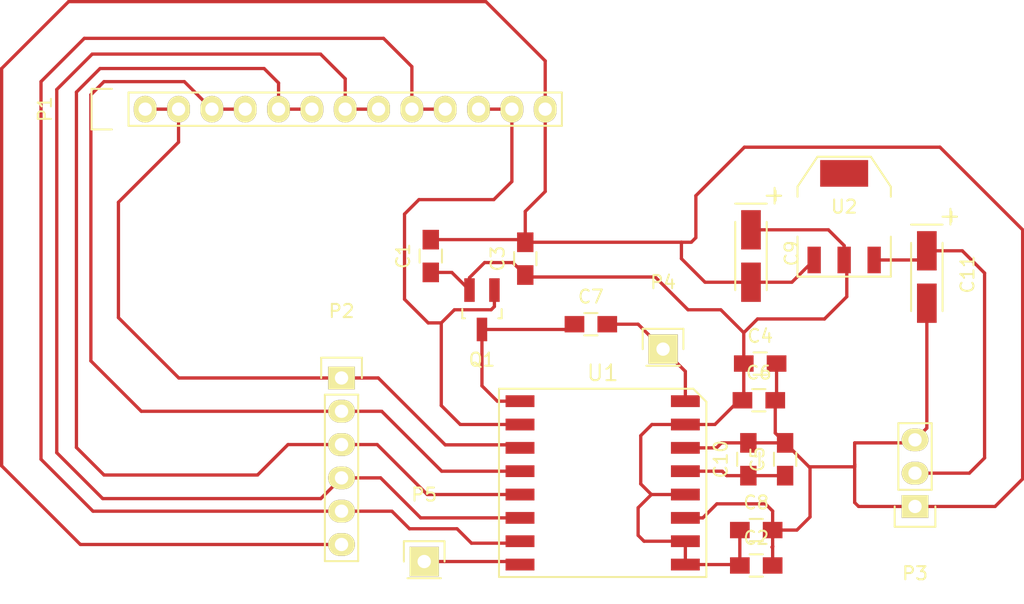
<source format=kicad_pcb>
(kicad_pcb (version 4) (host pcbnew 4.0.3-stable)

  (general
    (links 55)
    (no_connects 0)
    (area 113.574999 84.171427 174.647619 127.075001)
    (thickness 1.6)
    (drawings 0)
    (tracks 193)
    (zones 0)
    (modules 19)
    (nets 14)
  )

  (page A4)
  (layers
    (0 F.Cu signal)
    (31 B.Cu signal)
    (32 B.Adhes user)
    (33 F.Adhes user)
    (34 B.Paste user)
    (35 F.Paste user)
    (36 B.SilkS user)
    (37 F.SilkS user)
    (38 B.Mask user)
    (39 F.Mask user)
    (40 Dwgs.User user)
    (41 Cmts.User user)
    (42 Eco1.User user)
    (43 Eco2.User user)
    (44 Edge.Cuts user)
    (45 Margin user)
    (46 B.CrtYd user)
    (47 F.CrtYd user)
    (48 B.Fab user)
    (49 F.Fab user)
  )

  (setup
    (last_trace_width 0.25)
    (trace_clearance 0.2)
    (zone_clearance 0.508)
    (zone_45_only no)
    (trace_min 0.2)
    (segment_width 0.2)
    (edge_width 0.15)
    (via_size 0.6)
    (via_drill 0.4)
    (via_min_size 0.4)
    (via_min_drill 0.3)
    (uvia_size 0.3)
    (uvia_drill 0.1)
    (uvias_allowed no)
    (uvia_min_size 0.2)
    (uvia_min_drill 0.1)
    (pcb_text_width 0.3)
    (pcb_text_size 1.5 1.5)
    (mod_edge_width 0.15)
    (mod_text_size 1 1)
    (mod_text_width 0.15)
    (pad_size 1.524 1.524)
    (pad_drill 0.762)
    (pad_to_mask_clearance 0.2)
    (aux_axis_origin 0 0)
    (visible_elements 7FFFFFFF)
    (pcbplotparams
      (layerselection 0x00030_80000001)
      (usegerberextensions false)
      (excludeedgelayer true)
      (linewidth 0.100000)
      (plotframeref false)
      (viasonmask false)
      (mode 1)
      (useauxorigin false)
      (hpglpennumber 1)
      (hpglpenspeed 20)
      (hpglpendiameter 15)
      (hpglpenoverlay 2)
      (psnegative false)
      (psa4output false)
      (plotreference true)
      (plotvalue true)
      (plotinvisibletext false)
      (padsonsilk false)
      (subtractmaskfromsilk false)
      (outputformat 1)
      (mirror false)
      (drillshape 1)
      (scaleselection 1)
      (outputdirectory ""))
  )

  (net 0 "")
  (net 1 "Net-(C7-Pad1)")
  (net 2 "Net-(C7-Pad2)")
  (net 3 GND)
  (net 4 VDD)
  (net 5 "Net-(C10-Pad1)")
  (net 6 /VIN)
  (net 7 /~CS)
  (net 8 /~Laser_EN)
  (net 9 /MISO)
  (net 10 /~Motion)
  (net 11 /SCLK)
  (net 12 /MOSI)
  (net 13 "Net-(P5-Pad1)")

  (net_class Default "This is the default net class."
    (clearance 0.2)
    (trace_width 0.25)
    (via_dia 0.6)
    (via_drill 0.4)
    (uvia_dia 0.3)
    (uvia_drill 0.1)
    (add_net /MISO)
    (add_net /MOSI)
    (add_net /SCLK)
    (add_net /VIN)
    (add_net /~CS)
    (add_net /~Laser_EN)
    (add_net /~Motion)
    (add_net GND)
    (add_net "Net-(C10-Pad1)")
    (add_net "Net-(C7-Pad1)")
    (add_net "Net-(C7-Pad2)")
    (add_net "Net-(P5-Pad1)")
    (add_net VDD)
  )

  (module Capacitors_SMD:C_0805_HandSoldering (layer F.Cu) (tedit 541A9B8D) (tstamp 57C531F1)
    (at 132.2 101.8 90)
    (descr "Capacitor SMD 0805, hand soldering")
    (tags "capacitor 0805")
    (path /57BC3FBD)
    (attr smd)
    (fp_text reference C1 (at 0 -2.1 90) (layer F.SilkS)
      (effects (font (size 1 1) (thickness 0.15)))
    )
    (fp_text value 1uF (at 0 2.1 90) (layer F.Fab)
      (effects (font (size 1 1) (thickness 0.15)))
    )
    (fp_line (start -2.3 -1) (end 2.3 -1) (layer F.CrtYd) (width 0.05))
    (fp_line (start -2.3 1) (end 2.3 1) (layer F.CrtYd) (width 0.05))
    (fp_line (start -2.3 -1) (end -2.3 1) (layer F.CrtYd) (width 0.05))
    (fp_line (start 2.3 -1) (end 2.3 1) (layer F.CrtYd) (width 0.05))
    (fp_line (start 0.5 -0.85) (end -0.5 -0.85) (layer F.SilkS) (width 0.15))
    (fp_line (start -0.5 0.85) (end 0.5 0.85) (layer F.SilkS) (width 0.15))
    (pad 1 smd rect (at -1.25 0 90) (size 1.5 1.25) (layers F.Cu F.Paste F.Mask)
      (net 4 VDD))
    (pad 2 smd rect (at 1.25 0 90) (size 1.5 1.25) (layers F.Cu F.Paste F.Mask)
      (net 3 GND))
    (model Capacitors_SMD.3dshapes/C_0805_HandSoldering.wrl
      (at (xyz 0 0 0))
      (scale (xyz 1 1 1))
      (rotate (xyz 0 0 0))
    )
  )

  (module Capacitors_SMD:C_0805_HandSoldering (layer F.Cu) (tedit 541A9B8D) (tstamp 57C531F7)
    (at 157 125.4)
    (descr "Capacitor SMD 0805, hand soldering")
    (tags "capacitor 0805")
    (path /57BC545F)
    (attr smd)
    (fp_text reference C2 (at 0 -2.1) (layer F.SilkS)
      (effects (font (size 1 1) (thickness 0.15)))
    )
    (fp_text value 0.1uF (at 0 2.1) (layer F.Fab)
      (effects (font (size 1 1) (thickness 0.15)))
    )
    (fp_line (start -2.3 -1) (end 2.3 -1) (layer F.CrtYd) (width 0.05))
    (fp_line (start -2.3 1) (end 2.3 1) (layer F.CrtYd) (width 0.05))
    (fp_line (start -2.3 -1) (end -2.3 1) (layer F.CrtYd) (width 0.05))
    (fp_line (start 2.3 -1) (end 2.3 1) (layer F.CrtYd) (width 0.05))
    (fp_line (start 0.5 -0.85) (end -0.5 -0.85) (layer F.SilkS) (width 0.15))
    (fp_line (start -0.5 0.85) (end 0.5 0.85) (layer F.SilkS) (width 0.15))
    (pad 1 smd rect (at -1.25 0) (size 1.5 1.25) (layers F.Cu F.Paste F.Mask)
      (net 4 VDD))
    (pad 2 smd rect (at 1.25 0) (size 1.5 1.25) (layers F.Cu F.Paste F.Mask)
      (net 3 GND))
    (model Capacitors_SMD.3dshapes/C_0805_HandSoldering.wrl
      (at (xyz 0 0 0))
      (scale (xyz 1 1 1))
      (rotate (xyz 0 0 0))
    )
  )

  (module Capacitors_SMD:C_0805_HandSoldering (layer F.Cu) (tedit 541A9B8D) (tstamp 57C531FD)
    (at 139.4 102 90)
    (descr "Capacitor SMD 0805, hand soldering")
    (tags "capacitor 0805")
    (path /57BC3F7C)
    (attr smd)
    (fp_text reference C3 (at 0 -2.1 90) (layer F.SilkS)
      (effects (font (size 1 1) (thickness 0.15)))
    )
    (fp_text value 0.1uF (at 0 2.1 90) (layer F.Fab)
      (effects (font (size 1 1) (thickness 0.15)))
    )
    (fp_line (start -2.3 -1) (end 2.3 -1) (layer F.CrtYd) (width 0.05))
    (fp_line (start -2.3 1) (end 2.3 1) (layer F.CrtYd) (width 0.05))
    (fp_line (start -2.3 -1) (end -2.3 1) (layer F.CrtYd) (width 0.05))
    (fp_line (start 2.3 -1) (end 2.3 1) (layer F.CrtYd) (width 0.05))
    (fp_line (start 0.5 -0.85) (end -0.5 -0.85) (layer F.SilkS) (width 0.15))
    (fp_line (start -0.5 0.85) (end 0.5 0.85) (layer F.SilkS) (width 0.15))
    (pad 1 smd rect (at -1.25 0 90) (size 1.5 1.25) (layers F.Cu F.Paste F.Mask)
      (net 4 VDD))
    (pad 2 smd rect (at 1.25 0 90) (size 1.5 1.25) (layers F.Cu F.Paste F.Mask)
      (net 3 GND))
    (model Capacitors_SMD.3dshapes/C_0805_HandSoldering.wrl
      (at (xyz 0 0 0))
      (scale (xyz 1 1 1))
      (rotate (xyz 0 0 0))
    )
  )

  (module Capacitors_SMD:C_0805_HandSoldering (layer F.Cu) (tedit 541A9B8D) (tstamp 57C53203)
    (at 157.3 110)
    (descr "Capacitor SMD 0805, hand soldering")
    (tags "capacitor 0805")
    (path /57BC4F59)
    (attr smd)
    (fp_text reference C4 (at 0 -2.1) (layer F.SilkS)
      (effects (font (size 1 1) (thickness 0.15)))
    )
    (fp_text value 0.1uF (at 0 2.1) (layer F.Fab)
      (effects (font (size 1 1) (thickness 0.15)))
    )
    (fp_line (start -2.3 -1) (end 2.3 -1) (layer F.CrtYd) (width 0.05))
    (fp_line (start -2.3 1) (end 2.3 1) (layer F.CrtYd) (width 0.05))
    (fp_line (start -2.3 -1) (end -2.3 1) (layer F.CrtYd) (width 0.05))
    (fp_line (start 2.3 -1) (end 2.3 1) (layer F.CrtYd) (width 0.05))
    (fp_line (start 0.5 -0.85) (end -0.5 -0.85) (layer F.SilkS) (width 0.15))
    (fp_line (start -0.5 0.85) (end 0.5 0.85) (layer F.SilkS) (width 0.15))
    (pad 1 smd rect (at -1.25 0) (size 1.5 1.25) (layers F.Cu F.Paste F.Mask)
      (net 4 VDD))
    (pad 2 smd rect (at 1.25 0) (size 1.5 1.25) (layers F.Cu F.Paste F.Mask)
      (net 3 GND))
    (model Capacitors_SMD.3dshapes/C_0805_HandSoldering.wrl
      (at (xyz 0 0 0))
      (scale (xyz 1 1 1))
      (rotate (xyz 0 0 0))
    )
  )

  (module Capacitors_SMD:C_0805_HandSoldering (layer F.Cu) (tedit 541A9B8D) (tstamp 57C53209)
    (at 159.2 117.3 90)
    (descr "Capacitor SMD 0805, hand soldering")
    (tags "capacitor 0805")
    (path /57BC61DB)
    (attr smd)
    (fp_text reference C5 (at 0 -2.1 90) (layer F.SilkS)
      (effects (font (size 1 1) (thickness 0.15)))
    )
    (fp_text value 10uF (at 0 2.1 90) (layer F.Fab)
      (effects (font (size 1 1) (thickness 0.15)))
    )
    (fp_line (start -2.3 -1) (end 2.3 -1) (layer F.CrtYd) (width 0.05))
    (fp_line (start -2.3 1) (end 2.3 1) (layer F.CrtYd) (width 0.05))
    (fp_line (start -2.3 -1) (end -2.3 1) (layer F.CrtYd) (width 0.05))
    (fp_line (start 2.3 -1) (end 2.3 1) (layer F.CrtYd) (width 0.05))
    (fp_line (start 0.5 -0.85) (end -0.5 -0.85) (layer F.SilkS) (width 0.15))
    (fp_line (start -0.5 0.85) (end 0.5 0.85) (layer F.SilkS) (width 0.15))
    (pad 1 smd rect (at -1.25 0 90) (size 1.5 1.25) (layers F.Cu F.Paste F.Mask)
      (net 5 "Net-(C10-Pad1)"))
    (pad 2 smd rect (at 1.25 0 90) (size 1.5 1.25) (layers F.Cu F.Paste F.Mask)
      (net 3 GND))
    (model Capacitors_SMD.3dshapes/C_0805_HandSoldering.wrl
      (at (xyz 0 0 0))
      (scale (xyz 1 1 1))
      (rotate (xyz 0 0 0))
    )
  )

  (module Capacitors_SMD:C_0805_HandSoldering (layer F.Cu) (tedit 541A9B8D) (tstamp 57C5320F)
    (at 157.2 112.8)
    (descr "Capacitor SMD 0805, hand soldering")
    (tags "capacitor 0805")
    (path /57BC4FF1)
    (attr smd)
    (fp_text reference C6 (at 0 -2.1) (layer F.SilkS)
      (effects (font (size 1 1) (thickness 0.15)))
    )
    (fp_text value 3.3uF (at 0 2.1) (layer F.Fab)
      (effects (font (size 1 1) (thickness 0.15)))
    )
    (fp_line (start -2.3 -1) (end 2.3 -1) (layer F.CrtYd) (width 0.05))
    (fp_line (start -2.3 1) (end 2.3 1) (layer F.CrtYd) (width 0.05))
    (fp_line (start -2.3 -1) (end -2.3 1) (layer F.CrtYd) (width 0.05))
    (fp_line (start 2.3 -1) (end 2.3 1) (layer F.CrtYd) (width 0.05))
    (fp_line (start 0.5 -0.85) (end -0.5 -0.85) (layer F.SilkS) (width 0.15))
    (fp_line (start -0.5 0.85) (end 0.5 0.85) (layer F.SilkS) (width 0.15))
    (pad 1 smd rect (at -1.25 0) (size 1.5 1.25) (layers F.Cu F.Paste F.Mask)
      (net 4 VDD))
    (pad 2 smd rect (at 1.25 0) (size 1.5 1.25) (layers F.Cu F.Paste F.Mask)
      (net 3 GND))
    (model Capacitors_SMD.3dshapes/C_0805_HandSoldering.wrl
      (at (xyz 0 0 0))
      (scale (xyz 1 1 1))
      (rotate (xyz 0 0 0))
    )
  )

  (module Capacitors_SMD:C_0805_HandSoldering (layer F.Cu) (tedit 541A9B8D) (tstamp 57C53215)
    (at 144.4 107)
    (descr "Capacitor SMD 0805, hand soldering")
    (tags "capacitor 0805")
    (path /57C9AB8F)
    (attr smd)
    (fp_text reference C7 (at 0 -2.1) (layer F.SilkS)
      (effects (font (size 1 1) (thickness 0.15)))
    )
    (fp_text value 470pF (at 0 2.1) (layer F.Fab)
      (effects (font (size 1 1) (thickness 0.15)))
    )
    (fp_line (start -2.3 -1) (end 2.3 -1) (layer F.CrtYd) (width 0.05))
    (fp_line (start -2.3 1) (end 2.3 1) (layer F.CrtYd) (width 0.05))
    (fp_line (start -2.3 -1) (end -2.3 1) (layer F.CrtYd) (width 0.05))
    (fp_line (start 2.3 -1) (end 2.3 1) (layer F.CrtYd) (width 0.05))
    (fp_line (start 0.5 -0.85) (end -0.5 -0.85) (layer F.SilkS) (width 0.15))
    (fp_line (start -0.5 0.85) (end 0.5 0.85) (layer F.SilkS) (width 0.15))
    (pad 1 smd rect (at -1.25 0) (size 1.5 1.25) (layers F.Cu F.Paste F.Mask)
      (net 1 "Net-(C7-Pad1)"))
    (pad 2 smd rect (at 1.25 0) (size 1.5 1.25) (layers F.Cu F.Paste F.Mask)
      (net 2 "Net-(C7-Pad2)"))
    (model Capacitors_SMD.3dshapes/C_0805_HandSoldering.wrl
      (at (xyz 0 0 0))
      (scale (xyz 1 1 1))
      (rotate (xyz 0 0 0))
    )
  )

  (module Capacitors_SMD:C_0805_HandSoldering (layer F.Cu) (tedit 541A9B8D) (tstamp 57C5321B)
    (at 157 122.7)
    (descr "Capacitor SMD 0805, hand soldering")
    (tags "capacitor 0805")
    (path /57BC5617)
    (attr smd)
    (fp_text reference C8 (at 0 -2.1) (layer F.SilkS)
      (effects (font (size 1 1) (thickness 0.15)))
    )
    (fp_text value 10uF (at 0 2.1) (layer F.Fab)
      (effects (font (size 1 1) (thickness 0.15)))
    )
    (fp_line (start -2.3 -1) (end 2.3 -1) (layer F.CrtYd) (width 0.05))
    (fp_line (start -2.3 1) (end 2.3 1) (layer F.CrtYd) (width 0.05))
    (fp_line (start -2.3 -1) (end -2.3 1) (layer F.CrtYd) (width 0.05))
    (fp_line (start 2.3 -1) (end 2.3 1) (layer F.CrtYd) (width 0.05))
    (fp_line (start 0.5 -0.85) (end -0.5 -0.85) (layer F.SilkS) (width 0.15))
    (fp_line (start -0.5 0.85) (end 0.5 0.85) (layer F.SilkS) (width 0.15))
    (pad 1 smd rect (at -1.25 0) (size 1.5 1.25) (layers F.Cu F.Paste F.Mask)
      (net 4 VDD))
    (pad 2 smd rect (at 1.25 0) (size 1.5 1.25) (layers F.Cu F.Paste F.Mask)
      (net 3 GND))
    (model Capacitors_SMD.3dshapes/C_0805_HandSoldering.wrl
      (at (xyz 0 0 0))
      (scale (xyz 1 1 1))
      (rotate (xyz 0 0 0))
    )
  )

  (module Capacitors_Tantalum_SMD:TantalC_SizeA_EIA-3216_HandSoldering (layer F.Cu) (tedit 0) (tstamp 57C53221)
    (at 156.6 101.8 270)
    (descr "Tantal Cap. , Size A, EIA-3216, Hand Soldering,")
    (tags "Tantal Cap. , Size A, EIA-3216, Hand Soldering,")
    (path /57C55610)
    (attr smd)
    (fp_text reference C9 (at -0.20066 -3.0988 270) (layer F.SilkS)
      (effects (font (size 1 1) (thickness 0.15)))
    )
    (fp_text value 10u (at -0.09906 3.0988 270) (layer F.Fab)
      (effects (font (size 1 1) (thickness 0.15)))
    )
    (fp_text user + (at -4.59994 -1.80086 270) (layer F.SilkS)
      (effects (font (size 1 1) (thickness 0.15)))
    )
    (fp_line (start -2.60096 1.19888) (end 2.60096 1.19888) (layer F.SilkS) (width 0.15))
    (fp_line (start 2.60096 -1.19888) (end -2.60096 -1.19888) (layer F.SilkS) (width 0.15))
    (fp_line (start -4.59994 -2.2987) (end -4.59994 -1.19888) (layer F.SilkS) (width 0.15))
    (fp_line (start -5.19938 -1.79832) (end -4.0005 -1.79832) (layer F.SilkS) (width 0.15))
    (fp_line (start -3.99542 -1.19888) (end -3.99542 1.19888) (layer F.SilkS) (width 0.15))
    (pad 2 smd rect (at 1.99898 0 270) (size 2.99974 1.50114) (layers F.Cu F.Paste F.Mask)
      (net 3 GND))
    (pad 1 smd rect (at -1.99898 0 270) (size 2.99974 1.50114) (layers F.Cu F.Paste F.Mask)
      (net 4 VDD))
    (model Capacitors_Tantalum_SMD.3dshapes/TantalC_SizeA_EIA-3216_HandSoldering.wrl
      (at (xyz 0 0 0))
      (scale (xyz 1 1 1))
      (rotate (xyz 0 0 180))
    )
  )

  (module Capacitors_SMD:C_0805_HandSoldering (layer F.Cu) (tedit 541A9B8D) (tstamp 57C53227)
    (at 156.4 117.3 90)
    (descr "Capacitor SMD 0805, hand soldering")
    (tags "capacitor 0805")
    (path /57BC6261)
    (attr smd)
    (fp_text reference C10 (at 0 -2.1 90) (layer F.SilkS)
      (effects (font (size 1 1) (thickness 0.15)))
    )
    (fp_text value 0.1uF (at 0 2.1 90) (layer F.Fab)
      (effects (font (size 1 1) (thickness 0.15)))
    )
    (fp_line (start -2.3 -1) (end 2.3 -1) (layer F.CrtYd) (width 0.05))
    (fp_line (start -2.3 1) (end 2.3 1) (layer F.CrtYd) (width 0.05))
    (fp_line (start -2.3 -1) (end -2.3 1) (layer F.CrtYd) (width 0.05))
    (fp_line (start 2.3 -1) (end 2.3 1) (layer F.CrtYd) (width 0.05))
    (fp_line (start 0.5 -0.85) (end -0.5 -0.85) (layer F.SilkS) (width 0.15))
    (fp_line (start -0.5 0.85) (end 0.5 0.85) (layer F.SilkS) (width 0.15))
    (pad 1 smd rect (at -1.25 0 90) (size 1.5 1.25) (layers F.Cu F.Paste F.Mask)
      (net 5 "Net-(C10-Pad1)"))
    (pad 2 smd rect (at 1.25 0 90) (size 1.5 1.25) (layers F.Cu F.Paste F.Mask)
      (net 3 GND))
    (model Capacitors_SMD.3dshapes/C_0805_HandSoldering.wrl
      (at (xyz 0 0 0))
      (scale (xyz 1 1 1))
      (rotate (xyz 0 0 0))
    )
  )

  (module Capacitors_Tantalum_SMD:TantalC_SizeA_EIA-3216_HandSoldering (layer F.Cu) (tedit 0) (tstamp 57C5322D)
    (at 170 103.4 270)
    (descr "Tantal Cap. , Size A, EIA-3216, Hand Soldering,")
    (tags "Tantal Cap. , Size A, EIA-3216, Hand Soldering,")
    (path /57C559AC)
    (attr smd)
    (fp_text reference C11 (at -0.20066 -3.0988 270) (layer F.SilkS)
      (effects (font (size 1 1) (thickness 0.15)))
    )
    (fp_text value 10u (at -0.09906 3.0988 270) (layer F.Fab)
      (effects (font (size 1 1) (thickness 0.15)))
    )
    (fp_text user + (at -4.59994 -1.80086 270) (layer F.SilkS)
      (effects (font (size 1 1) (thickness 0.15)))
    )
    (fp_line (start -2.60096 1.19888) (end 2.60096 1.19888) (layer F.SilkS) (width 0.15))
    (fp_line (start 2.60096 -1.19888) (end -2.60096 -1.19888) (layer F.SilkS) (width 0.15))
    (fp_line (start -4.59994 -2.2987) (end -4.59994 -1.19888) (layer F.SilkS) (width 0.15))
    (fp_line (start -5.19938 -1.79832) (end -4.0005 -1.79832) (layer F.SilkS) (width 0.15))
    (fp_line (start -3.99542 -1.19888) (end -3.99542 1.19888) (layer F.SilkS) (width 0.15))
    (pad 2 smd rect (at 1.99898 0 270) (size 2.99974 1.50114) (layers F.Cu F.Paste F.Mask)
      (net 3 GND))
    (pad 1 smd rect (at -1.99898 0 270) (size 2.99974 1.50114) (layers F.Cu F.Paste F.Mask)
      (net 6 /VIN))
    (model Capacitors_Tantalum_SMD.3dshapes/TantalC_SizeA_EIA-3216_HandSoldering.wrl
      (at (xyz 0 0 0))
      (scale (xyz 1 1 1))
      (rotate (xyz 0 0 180))
    )
  )

  (module Pin_Headers:Pin_Header_Straight_1x03 (layer F.Cu) (tedit 0) (tstamp 57C53275)
    (at 169.1 120.9 180)
    (descr "Through hole pin header")
    (tags "pin header")
    (path /57BC2E51)
    (fp_text reference P3 (at 0 -5.1 180) (layer F.SilkS)
      (effects (font (size 1 1) (thickness 0.15)))
    )
    (fp_text value POWER (at 0 -3.1 180) (layer F.Fab)
      (effects (font (size 1 1) (thickness 0.15)))
    )
    (fp_line (start -1.75 -1.75) (end -1.75 6.85) (layer F.CrtYd) (width 0.05))
    (fp_line (start 1.75 -1.75) (end 1.75 6.85) (layer F.CrtYd) (width 0.05))
    (fp_line (start -1.75 -1.75) (end 1.75 -1.75) (layer F.CrtYd) (width 0.05))
    (fp_line (start -1.75 6.85) (end 1.75 6.85) (layer F.CrtYd) (width 0.05))
    (fp_line (start -1.27 1.27) (end -1.27 6.35) (layer F.SilkS) (width 0.15))
    (fp_line (start -1.27 6.35) (end 1.27 6.35) (layer F.SilkS) (width 0.15))
    (fp_line (start 1.27 6.35) (end 1.27 1.27) (layer F.SilkS) (width 0.15))
    (fp_line (start 1.55 -1.55) (end 1.55 0) (layer F.SilkS) (width 0.15))
    (fp_line (start 1.27 1.27) (end -1.27 1.27) (layer F.SilkS) (width 0.15))
    (fp_line (start -1.55 0) (end -1.55 -1.55) (layer F.SilkS) (width 0.15))
    (fp_line (start -1.55 -1.55) (end 1.55 -1.55) (layer F.SilkS) (width 0.15))
    (pad 1 thru_hole rect (at 0 0 180) (size 2.032 1.7272) (drill 1.016) (layers *.Cu *.Mask F.SilkS)
      (net 3 GND))
    (pad 2 thru_hole oval (at 0 2.54 180) (size 2.032 1.7272) (drill 1.016) (layers *.Cu *.Mask F.SilkS)
      (net 6 /VIN))
    (pad 3 thru_hole oval (at 0 5.08 180) (size 2.032 1.7272) (drill 1.016) (layers *.Cu *.Mask F.SilkS)
      (net 3 GND))
    (model Pin_Headers.3dshapes/Pin_Header_Straight_1x03.wrl
      (at (xyz 0 -0.1 0))
      (scale (xyz 1 1 1))
      (rotate (xyz 0 0 90))
    )
  )

  (module TO_SOT_Packages_SMD:SOT-23_Handsoldering (layer F.Cu) (tedit 54E9291B) (tstamp 57C5327C)
    (at 136.1 105.9 180)
    (descr "SOT-23, Handsoldering")
    (tags SOT-23)
    (path /57C9AB95)
    (attr smd)
    (fp_text reference Q1 (at 0 -3.81 180) (layer F.SilkS)
      (effects (font (size 1 1) (thickness 0.15)))
    )
    (fp_text value Q_PMOS_GSD (at 0 3.81 180) (layer F.Fab)
      (effects (font (size 1 1) (thickness 0.15)))
    )
    (fp_line (start -1.49982 0.0508) (end -1.49982 -0.65024) (layer F.SilkS) (width 0.15))
    (fp_line (start -1.49982 -0.65024) (end -1.2509 -0.65024) (layer F.SilkS) (width 0.15))
    (fp_line (start 1.29916 -0.65024) (end 1.49982 -0.65024) (layer F.SilkS) (width 0.15))
    (fp_line (start 1.49982 -0.65024) (end 1.49982 0.0508) (layer F.SilkS) (width 0.15))
    (pad 1 smd rect (at -0.95 1.50114 180) (size 0.8001 1.80086) (layers F.Cu F.Paste F.Mask)
      (net 8 /~Laser_EN))
    (pad 2 smd rect (at 0.95 1.50114 180) (size 0.8001 1.80086) (layers F.Cu F.Paste F.Mask)
      (net 4 VDD))
    (pad 3 smd rect (at 0 -1.50114 180) (size 0.8001 1.80086) (layers F.Cu F.Paste F.Mask)
      (net 1 "Net-(C7-Pad1)"))
    (model TO_SOT_Packages_SMD.3dshapes/SOT-23_Handsoldering.wrl
      (at (xyz 0 0 0))
      (scale (xyz 1 1 1))
      (rotate (xyz 0 0 0))
    )
  )

  (module Pin_Headers:Pin_Header_Straight_1x14 (layer F.Cu) (tedit 57C9620A) (tstamp 57C833C0)
    (at 107.9 90.6 90)
    (descr "Through hole pin header")
    (tags "pin header")
    (path /57CA811E)
    (fp_text reference P1 (at 0 -5.1 90) (layer F.SilkS)
      (effects (font (size 1 1) (thickness 0.15)))
    )
    (fp_text value "Test Port" (at 0 -3.1 90) (layer F.Fab)
      (effects (font (size 1 1) (thickness 0.15)))
    )
    (fp_line (start -1.75 -1.75) (end -1.75 34.8) (layer F.CrtYd) (width 0.05))
    (fp_line (start 1.75 -1.75) (end 1.75 34.8) (layer F.CrtYd) (width 0.05))
    (fp_line (start -1.75 -1.75) (end 1.75 -1.75) (layer F.CrtYd) (width 0.05))
    (fp_line (start -1.75 34.8) (end 1.75 34.8) (layer F.CrtYd) (width 0.05))
    (fp_line (start -1.27 1.27) (end -1.27 34.29) (layer F.SilkS) (width 0.15))
    (fp_line (start -1.27 34.29) (end 1.27 34.29) (layer F.SilkS) (width 0.15))
    (fp_line (start 1.27 34.29) (end 1.27 1.27) (layer F.SilkS) (width 0.15))
    (fp_line (start 1.55 -1.55) (end 1.55 0) (layer F.SilkS) (width 0.15))
    (fp_line (start 1.27 1.27) (end -1.27 1.27) (layer F.SilkS) (width 0.15))
    (fp_line (start -1.55 0) (end -1.55 -1.55) (layer F.SilkS) (width 0.15))
    (fp_line (start -1.55 -1.55) (end 1.55 -1.55) (layer F.SilkS) (width 0.15))
    (pad 2 thru_hole oval (at 0 2.54 90) (size 2.032 1.7272) (drill 1.016) (layers *.Cu *.Mask F.SilkS)
      (net 7 /~CS))
    (pad 3 thru_hole oval (at 0 5.08 90) (size 2.032 1.7272) (drill 1.016) (layers *.Cu *.Mask F.SilkS)
      (net 7 /~CS))
    (pad 4 thru_hole oval (at 0 7.62 90) (size 2.032 1.7272) (drill 1.016) (layers *.Cu *.Mask F.SilkS)
      (net 9 /MISO))
    (pad 5 thru_hole oval (at 0 10.16 90) (size 2.032 1.7272) (drill 1.016) (layers *.Cu *.Mask F.SilkS)
      (net 9 /MISO))
    (pad 6 thru_hole oval (at 0 12.7 90) (size 2.032 1.7272) (drill 1.016) (layers *.Cu *.Mask F.SilkS)
      (net 11 /SCLK))
    (pad 7 thru_hole oval (at 0 15.24 90) (size 2.032 1.7272) (drill 1.016) (layers *.Cu *.Mask F.SilkS)
      (net 11 /SCLK))
    (pad 8 thru_hole oval (at 0 17.78 90) (size 2.032 1.7272) (drill 1.016) (layers *.Cu *.Mask F.SilkS)
      (net 12 /MOSI))
    (pad 9 thru_hole oval (at 0 20.32 90) (size 2.032 1.7272) (drill 1.016) (layers *.Cu *.Mask F.SilkS)
      (net 12 /MOSI))
    (pad 10 thru_hole oval (at 0 22.86 90) (size 2.032 1.7272) (drill 1.016) (layers *.Cu *.Mask F.SilkS)
      (net 10 /~Motion))
    (pad 11 thru_hole oval (at 0 25.4 90) (size 2.032 1.7272) (drill 1.016) (layers *.Cu *.Mask F.SilkS)
      (net 10 /~Motion))
    (pad 12 thru_hole oval (at 0 27.94 90) (size 2.032 1.7272) (drill 1.016) (layers *.Cu *.Mask F.SilkS)
      (net 8 /~Laser_EN))
    (pad 13 thru_hole oval (at 0 30.48 90) (size 2.032 1.7272) (drill 1.016) (layers *.Cu *.Mask F.SilkS)
      (net 8 /~Laser_EN))
    (pad 14 thru_hole oval (at 0 33.02 90) (size 2.032 1.7272) (drill 1.016) (layers *.Cu *.Mask F.SilkS)
      (net 3 GND))
    (model Pin_Headers.3dshapes/Pin_Header_Straight_1x14.wrl
      (at (xyz 0 -0.65 0))
      (scale (xyz 1 1 1))
      (rotate (xyz 0 0 90))
    )
  )

  (module Pin_Headers:Pin_Header_Straight_1x06 (layer F.Cu) (tedit 0) (tstamp 57C833D1)
    (at 125.4 111.1)
    (descr "Through hole pin header")
    (tags "pin header")
    (path /57C9C26B)
    (fp_text reference P2 (at 0 -5.1) (layer F.SilkS)
      (effects (font (size 1 1) (thickness 0.15)))
    )
    (fp_text value Data (at 0 -3.1) (layer F.Fab)
      (effects (font (size 1 1) (thickness 0.15)))
    )
    (fp_line (start -1.75 -1.75) (end -1.75 14.45) (layer F.CrtYd) (width 0.05))
    (fp_line (start 1.75 -1.75) (end 1.75 14.45) (layer F.CrtYd) (width 0.05))
    (fp_line (start -1.75 -1.75) (end 1.75 -1.75) (layer F.CrtYd) (width 0.05))
    (fp_line (start -1.75 14.45) (end 1.75 14.45) (layer F.CrtYd) (width 0.05))
    (fp_line (start 1.27 1.27) (end 1.27 13.97) (layer F.SilkS) (width 0.15))
    (fp_line (start 1.27 13.97) (end -1.27 13.97) (layer F.SilkS) (width 0.15))
    (fp_line (start -1.27 13.97) (end -1.27 1.27) (layer F.SilkS) (width 0.15))
    (fp_line (start 1.55 -1.55) (end 1.55 0) (layer F.SilkS) (width 0.15))
    (fp_line (start 1.27 1.27) (end -1.27 1.27) (layer F.SilkS) (width 0.15))
    (fp_line (start -1.55 0) (end -1.55 -1.55) (layer F.SilkS) (width 0.15))
    (fp_line (start -1.55 -1.55) (end 1.55 -1.55) (layer F.SilkS) (width 0.15))
    (pad 1 thru_hole rect (at 0 0) (size 2.032 1.7272) (drill 1.016) (layers *.Cu *.Mask F.SilkS)
      (net 7 /~CS))
    (pad 2 thru_hole oval (at 0 2.54) (size 2.032 1.7272) (drill 1.016) (layers *.Cu *.Mask F.SilkS)
      (net 9 /MISO))
    (pad 3 thru_hole oval (at 0 5.08) (size 2.032 1.7272) (drill 1.016) (layers *.Cu *.Mask F.SilkS)
      (net 11 /SCLK))
    (pad 4 thru_hole oval (at 0 7.62) (size 2.032 1.7272) (drill 1.016) (layers *.Cu *.Mask F.SilkS)
      (net 12 /MOSI))
    (pad 5 thru_hole oval (at 0 10.16) (size 2.032 1.7272) (drill 1.016) (layers *.Cu *.Mask F.SilkS)
      (net 10 /~Motion))
    (pad 6 thru_hole oval (at 0 12.7) (size 2.032 1.7272) (drill 1.016) (layers *.Cu *.Mask F.SilkS)
      (net 3 GND))
    (model Pin_Headers.3dshapes/Pin_Header_Straight_1x06.wrl
      (at (xyz 0 -0.25 0))
      (scale (xyz 1 1 1))
      (rotate (xyz 0 0 90))
    )
  )

  (module z_opto:SOIC-16_OPT_SENS (layer F.Cu) (tedit 0) (tstamp 57C8402D)
    (at 145.3 119.1 270)
    (path /57C98AB3)
    (fp_text reference U1 (at -8.38 0 360) (layer F.SilkS)
      (effects (font (size 1.2 1.2) (thickness 0.15)))
    )
    (fp_text value ADSN9800 (at 0 0 270) (layer F.Fab)
      (effects (font (size 1.2 1.2) (thickness 0.15)))
    )
    (fp_line (start -6.18 -7.9) (end -7.18 -6.9) (layer F.SilkS) (width 0.15))
    (fp_line (start -7.18 -6.9) (end -7.18 7.9) (layer F.SilkS) (width 0.15))
    (fp_line (start -7.18 7.9) (end 7.18 7.9) (layer F.SilkS) (width 0.15))
    (fp_line (start 7.18 7.9) (end 7.18 -7.9) (layer F.SilkS) (width 0.15))
    (fp_line (start 7.18 -7.9) (end -6.18 -7.9) (layer F.SilkS) (width 0.15))
    (pad 16 smd rect (at -6.23 -6.3 270) (size 0.9 2.2) (layers F.Cu F.Paste F.Mask)
      (net 2 "Net-(C7-Pad2)"))
    (pad 1 smd rect (at -6.23 6.3 270) (size 0.9 2.2) (layers F.Cu F.Paste F.Mask)
      (net 1 "Net-(C7-Pad1)"))
    (pad 15 smd rect (at -4.45 -6.3 270) (size 0.9 2.2) (layers F.Cu F.Paste F.Mask)
      (net 4 VDD))
    (pad 2 smd rect (at -4.45 6.3 270) (size 0.9 2.2) (layers F.Cu F.Paste F.Mask)
      (net 8 /~Laser_EN))
    (pad 14 smd rect (at -2.67 -6.3 270) (size 0.9 2.2) (layers F.Cu F.Paste F.Mask)
      (net 3 GND))
    (pad 3 smd rect (at -2.67 6.3 270) (size 0.9 2.2) (layers F.Cu F.Paste F.Mask)
      (net 7 /~CS))
    (pad 13 smd rect (at -0.89 -6.3 270) (size 0.9 2.2) (layers F.Cu F.Paste F.Mask)
      (net 5 "Net-(C10-Pad1)"))
    (pad 4 smd rect (at -0.89 6.3 270) (size 0.9 2.2) (layers F.Cu F.Paste F.Mask)
      (net 9 /MISO))
    (pad 12 smd rect (at 0.89 -6.3 270) (size 0.9 2.2) (layers F.Cu F.Paste F.Mask)
      (net 4 VDD))
    (pad 5 smd rect (at 0.89 6.3 270) (size 0.9 2.2) (layers F.Cu F.Paste F.Mask)
      (net 11 /SCLK))
    (pad 11 smd rect (at 2.67 -6.3 270) (size 0.9 2.2) (layers F.Cu F.Paste F.Mask)
      (net 3 GND))
    (pad 6 smd rect (at 2.67 6.3 270) (size 0.9 2.2) (layers F.Cu F.Paste F.Mask)
      (net 12 /MOSI))
    (pad 10 smd rect (at 4.45 -6.3 270) (size 0.9 2.2) (layers F.Cu F.Paste F.Mask)
      (net 4 VDD))
    (pad 7 smd rect (at 4.45 6.3 270) (size 0.9 2.2) (layers F.Cu F.Paste F.Mask)
      (net 10 /~Motion))
    (pad 9 smd rect (at 6.23 -6.3 270) (size 0.9 2.2) (layers F.Cu F.Paste F.Mask)
      (net 4 VDD))
    (pad 8 smd rect (at 6.23 6.3 270) (size 0.9 2.2) (layers F.Cu F.Paste F.Mask)
      (net 13 "Net-(P5-Pad1)"))
  )

  (module Pin_Headers:Pin_Header_Straight_1x01 (layer F.Cu) (tedit 54EA08DC) (tstamp 57C85078)
    (at 149.9 108.9)
    (descr "Through hole pin header")
    (tags "pin header")
    (path /57CB338D)
    (fp_text reference P4 (at 0 -5.1) (layer F.SilkS)
      (effects (font (size 1 1) (thickness 0.15)))
    )
    (fp_text value "To pin 16" (at 0 -3.1) (layer F.Fab)
      (effects (font (size 1 1) (thickness 0.15)))
    )
    (fp_line (start 1.55 -1.55) (end 1.55 0) (layer F.SilkS) (width 0.15))
    (fp_line (start -1.75 -1.75) (end -1.75 1.75) (layer F.CrtYd) (width 0.05))
    (fp_line (start 1.75 -1.75) (end 1.75 1.75) (layer F.CrtYd) (width 0.05))
    (fp_line (start -1.75 -1.75) (end 1.75 -1.75) (layer F.CrtYd) (width 0.05))
    (fp_line (start -1.75 1.75) (end 1.75 1.75) (layer F.CrtYd) (width 0.05))
    (fp_line (start -1.55 0) (end -1.55 -1.55) (layer F.SilkS) (width 0.15))
    (fp_line (start -1.55 -1.55) (end 1.55 -1.55) (layer F.SilkS) (width 0.15))
    (fp_line (start -1.27 1.27) (end 1.27 1.27) (layer F.SilkS) (width 0.15))
    (pad 1 thru_hole rect (at 0 0) (size 2.2352 2.2352) (drill 1.016) (layers *.Cu *.Mask F.SilkS)
      (net 2 "Net-(C7-Pad2)"))
    (model Pin_Headers.3dshapes/Pin_Header_Straight_1x01.wrl
      (at (xyz 0 0 0))
      (scale (xyz 1 1 1))
      (rotate (xyz 0 0 90))
    )
  )

  (module Pin_Headers:Pin_Header_Straight_1x01 (layer F.Cu) (tedit 54EA08DC) (tstamp 57C8507D)
    (at 131.7 125.1)
    (descr "Through hole pin header")
    (tags "pin header")
    (path /57CB34A8)
    (fp_text reference P5 (at 0 -5.1) (layer F.SilkS)
      (effects (font (size 1 1) (thickness 0.15)))
    )
    (fp_text value "To Pin 8" (at 0 -3.1) (layer F.Fab)
      (effects (font (size 1 1) (thickness 0.15)))
    )
    (fp_line (start 1.55 -1.55) (end 1.55 0) (layer F.SilkS) (width 0.15))
    (fp_line (start -1.75 -1.75) (end -1.75 1.75) (layer F.CrtYd) (width 0.05))
    (fp_line (start 1.75 -1.75) (end 1.75 1.75) (layer F.CrtYd) (width 0.05))
    (fp_line (start -1.75 -1.75) (end 1.75 -1.75) (layer F.CrtYd) (width 0.05))
    (fp_line (start -1.75 1.75) (end 1.75 1.75) (layer F.CrtYd) (width 0.05))
    (fp_line (start -1.55 0) (end -1.55 -1.55) (layer F.SilkS) (width 0.15))
    (fp_line (start -1.55 -1.55) (end 1.55 -1.55) (layer F.SilkS) (width 0.15))
    (fp_line (start -1.27 1.27) (end 1.27 1.27) (layer F.SilkS) (width 0.15))
    (pad 1 thru_hole rect (at 0 0) (size 2.2352 2.2352) (drill 1.016) (layers *.Cu *.Mask F.SilkS)
      (net 13 "Net-(P5-Pad1)"))
    (model Pin_Headers.3dshapes/Pin_Header_Straight_1x01.wrl
      (at (xyz 0 0 0))
      (scale (xyz 1 1 1))
      (rotate (xyz 0 0 90))
    )
  )

  (module TO_SOT_Packages_SMD:SOT-223 (layer F.Cu) (tedit 0) (tstamp 57C8508D)
    (at 163.7 98.8)
    (descr "module CMS SOT223 4 pins")
    (tags "CMS SOT")
    (path /57CAEB05)
    (attr smd)
    (fp_text reference U2 (at 0 -0.762) (layer F.SilkS)
      (effects (font (size 1 1) (thickness 0.15)))
    )
    (fp_text value LD1117S33CTR (at 0 0.762) (layer F.Fab)
      (effects (font (size 1 1) (thickness 0.15)))
    )
    (fp_line (start -3.556 1.524) (end -3.556 4.572) (layer F.SilkS) (width 0.15))
    (fp_line (start -3.556 4.572) (end 3.556 4.572) (layer F.SilkS) (width 0.15))
    (fp_line (start 3.556 4.572) (end 3.556 1.524) (layer F.SilkS) (width 0.15))
    (fp_line (start -3.556 -1.524) (end -3.556 -2.286) (layer F.SilkS) (width 0.15))
    (fp_line (start -3.556 -2.286) (end -2.032 -4.572) (layer F.SilkS) (width 0.15))
    (fp_line (start -2.032 -4.572) (end 2.032 -4.572) (layer F.SilkS) (width 0.15))
    (fp_line (start 2.032 -4.572) (end 3.556 -2.286) (layer F.SilkS) (width 0.15))
    (fp_line (start 3.556 -2.286) (end 3.556 -1.524) (layer F.SilkS) (width 0.15))
    (pad 4 smd rect (at 0 -3.302) (size 3.6576 2.032) (layers F.Cu F.Paste F.Mask))
    (pad 2 smd rect (at 0 3.302) (size 1.016 2.032) (layers F.Cu F.Paste F.Mask)
      (net 4 VDD))
    (pad 3 smd rect (at 2.286 3.302) (size 1.016 2.032) (layers F.Cu F.Paste F.Mask)
      (net 6 /VIN))
    (pad 1 smd rect (at -2.286 3.302) (size 1.016 2.032) (layers F.Cu F.Paste F.Mask)
      (net 3 GND))
    (model TO_SOT_Packages_SMD.3dshapes/SOT-223.wrl
      (at (xyz 0 0 0))
      (scale (xyz 0.4 0.4 0.4))
      (rotate (xyz 0 0 0))
    )
  )

  (segment (start 136.1 107.40114) (end 136.1 111.7) (width 0.25) (layer F.Cu) (net 1))
  (segment (start 137.27 112.87) (end 139 112.87) (width 0.25) (layer F.Cu) (net 1) (tstamp 57C96031))
  (segment (start 136.1 111.7) (end 137.27 112.87) (width 0.25) (layer F.Cu) (net 1) (tstamp 57C9602D))
  (segment (start 136.1 107.40114) (end 142.74886 107.40114) (width 0.25) (layer F.Cu) (net 1))
  (segment (start 142.74886 107.40114) (end 143.15 107) (width 0.25) (layer F.Cu) (net 1) (tstamp 57C9600B))
  (segment (start 151.6 112.87) (end 151.6 110.6) (width 0.25) (layer F.Cu) (net 2))
  (segment (start 151.6 110.6) (end 149.9 108.9) (width 0.25) (layer F.Cu) (net 2) (tstamp 57C961C5))
  (segment (start 145.65 107) (end 148 107) (width 0.25) (layer F.Cu) (net 2))
  (segment (start 148 107) (end 149.9 108.9) (width 0.25) (layer F.Cu) (net 2) (tstamp 57C961C1))
  (segment (start 151.6 121.77) (end 152.93 121.77) (width 0.25) (layer F.Cu) (net 3) (status 400000))
  (segment (start 158.25 121.25) (end 158.25 122.7) (width 0.25) (layer F.Cu) (net 3) (tstamp 57C9632B) (status 800000))
  (segment (start 157.7 120.7) (end 158.25 121.25) (width 0.25) (layer F.Cu) (net 3) (tstamp 57C9632A))
  (segment (start 154 120.7) (end 157.7 120.7) (width 0.25) (layer F.Cu) (net 3) (tstamp 57C96328))
  (segment (start 152.93 121.77) (end 154 120.7) (width 0.25) (layer F.Cu) (net 3) (tstamp 57C96326))
  (segment (start 161.025 117.875) (end 164.5 117.875) (width 0.25) (layer F.Cu) (net 3))
  (segment (start 164.5 117.875) (end 164.5 117.7) (width 0.25) (layer F.Cu) (net 3) (tstamp 57C96300))
  (segment (start 158.25 122.7) (end 160.1 122.7) (width 0.25) (layer F.Cu) (net 3) (status 400000))
  (segment (start 161.1 117.95) (end 161.025 117.875) (width 0.25) (layer F.Cu) (net 3) (tstamp 57C962FA))
  (segment (start 161.025 117.875) (end 159.2 116.05) (width 0.25) (layer F.Cu) (net 3) (tstamp 57C962FE) (status 800000))
  (segment (start 161.1 121.7) (end 161.1 117.95) (width 0.25) (layer F.Cu) (net 3) (tstamp 57C962F8))
  (segment (start 160.1 122.7) (end 161.1 121.7) (width 0.25) (layer F.Cu) (net 3) (tstamp 57C962F4))
  (segment (start 125.4 123.8) (end 105.5 123.8) (width 0.25) (layer F.Cu) (net 3))
  (segment (start 140.92 86.92) (end 140.92 90.6) (width 0.25) (layer F.Cu) (net 3) (tstamp 57C961DE))
  (segment (start 136.4 82.4) (end 140.92 86.92) (width 0.25) (layer F.Cu) (net 3) (tstamp 57C961D6))
  (segment (start 104.6 82.4) (end 136.4 82.4) (width 0.25) (layer F.Cu) (net 3) (tstamp 57C961D4))
  (segment (start 99.5 87.5) (end 104.6 82.4) (width 0.25) (layer F.Cu) (net 3) (tstamp 57C961CE))
  (segment (start 99.5 117.8) (end 99.5 87.5) (width 0.25) (layer F.Cu) (net 3) (tstamp 57C961CC))
  (segment (start 105.5 123.8) (end 99.5 117.8) (width 0.25) (layer F.Cu) (net 3) (tstamp 57C961C9))
  (segment (start 156.6 103.79898) (end 153.09898 103.79898) (width 0.25) (layer F.Cu) (net 3))
  (segment (start 151.3 102) (end 151.3 100.75) (width 0.25) (layer F.Cu) (net 3) (tstamp 57C961B8))
  (segment (start 153.09898 103.79898) (end 151.3 102) (width 0.25) (layer F.Cu) (net 3) (tstamp 57C961B5))
  (segment (start 164.5 116.05) (end 164.5 117.7) (width 0.25) (layer F.Cu) (net 3))
  (segment (start 164.5 116.05) (end 168.87 116.05) (width 0.25) (layer F.Cu) (net 3) (tstamp 57C961A6))
  (segment (start 164.5 117.7) (end 164.5 120.6) (width 0.25) (layer F.Cu) (net 3) (tstamp 57C96303))
  (segment (start 164.8 120.9) (end 169.1 120.9) (width 0.25) (layer F.Cu) (net 3) (tstamp 57C961AB))
  (segment (start 164.5 120.6) (end 164.8 120.9) (width 0.25) (layer F.Cu) (net 3) (tstamp 57C961A8))
  (segment (start 139.4 100.75) (end 151.3 100.75) (width 0.25) (layer F.Cu) (net 3))
  (segment (start 151.3 100.75) (end 152.05 100.75) (width 0.25) (layer F.Cu) (net 3) (tstamp 57C961BC))
  (segment (start 152.4 97.2) (end 152.4 100.4) (width 0.25) (layer F.Cu) (net 3) (tstamp 57C95FE2))
  (segment (start 156.1 93.5) (end 152.4 97.2) (width 0.25) (layer F.Cu) (net 3) (tstamp 57C95FE0))
  (segment (start 171 93.5) (end 156.1 93.5) (width 0.25) (layer F.Cu) (net 3) (tstamp 57C95FD9))
  (segment (start 177.3 99.8) (end 171 93.5) (width 0.25) (layer F.Cu) (net 3) (tstamp 57C95FD4))
  (segment (start 177.3 118.8) (end 177.3 99.8) (width 0.25) (layer F.Cu) (net 3) (tstamp 57C95FD2))
  (segment (start 175.2 120.9) (end 177.3 118.8) (width 0.25) (layer F.Cu) (net 3) (tstamp 57C95FC3))
  (segment (start 169.1 120.9) (end 175.2 120.9) (width 0.25) (layer F.Cu) (net 3))
  (segment (start 152.05 100.75) (end 152.4 100.4) (width 0.25) (layer F.Cu) (net 3) (tstamp 57C9619B))
  (segment (start 140.92 90.6) (end 140.92 96.88) (width 0.25) (layer F.Cu) (net 3))
  (segment (start 139.4 98.4) (end 139.4 100.75) (width 0.25) (layer F.Cu) (net 3) (tstamp 57C9607E))
  (segment (start 140.92 96.88) (end 139.4 98.4) (width 0.25) (layer F.Cu) (net 3) (tstamp 57C9607B))
  (segment (start 132.2 100.55) (end 139.2 100.55) (width 0.25) (layer F.Cu) (net 3))
  (segment (start 139.2 100.55) (end 139.4 100.75) (width 0.25) (layer F.Cu) (net 3) (tstamp 57C96008))
  (segment (start 156.6 103.79898) (end 159.71702 103.79898) (width 0.25) (layer F.Cu) (net 3))
  (segment (start 159.71702 103.79898) (end 161.414 102.102) (width 0.25) (layer F.Cu) (net 3) (tstamp 57C95FE8))
  (segment (start 170 105.39898) (end 170 114.92) (width 0.25) (layer F.Cu) (net 3))
  (segment (start 170 114.92) (end 169.1 115.82) (width 0.25) (layer F.Cu) (net 3) (tstamp 57C95FBD))
  (segment (start 168.87 116.05) (end 169.1 115.82) (width 0.25) (layer F.Cu) (net 3) (tstamp 57C95F8A))
  (segment (start 158.55 110) (end 158.55 112.7) (width 0.25) (layer F.Cu) (net 3))
  (segment (start 158.55 112.7) (end 158.45 112.8) (width 0.25) (layer F.Cu) (net 3) (tstamp 57C95F87))
  (segment (start 158.45 112.8) (end 158.45 115.3) (width 0.25) (layer F.Cu) (net 3))
  (segment (start 158.45 115.3) (end 159.2 116.05) (width 0.25) (layer F.Cu) (net 3) (tstamp 57C95F84))
  (segment (start 156.4 116.05) (end 159.2 116.05) (width 0.25) (layer F.Cu) (net 3))
  (segment (start 151.6 116.43) (end 153.97 116.43) (width 0.25) (layer F.Cu) (net 3))
  (segment (start 154.35 116.05) (end 156.4 116.05) (width 0.25) (layer F.Cu) (net 3) (tstamp 57C95F79))
  (segment (start 153.97 116.43) (end 154.35 116.05) (width 0.25) (layer F.Cu) (net 3) (tstamp 57C95F78))
  (segment (start 158.25 125.4) (end 158.25 123.95) (width 0.25) (layer F.Cu) (net 3))
  (segment (start 158.25 123.95) (end 158.2 124) (width 0.25) (layer F.Cu) (net 3) (tstamp 57C95F2F))
  (segment (start 158.25 123.95) (end 158.25 122.7) (width 0.25) (layer F.Cu) (net 3) (tstamp 57C95F2C))
  (segment (start 158.2 124) (end 158.25 123.95) (width 0.25) (layer F.Cu) (net 3) (tstamp 57C95F28))
  (segment (start 151.6 114.65) (end 149.05 114.65) (width 0.25) (layer F.Cu) (net 4) (status 400000))
  (segment (start 148.2 119.18) (end 149.01 119.99) (width 0.25) (layer F.Cu) (net 4) (tstamp 57C96315))
  (segment (start 148.2 115.5) (end 148.2 119.18) (width 0.25) (layer F.Cu) (net 4) (tstamp 57C96313))
  (segment (start 149.05 114.65) (end 148.2 115.5) (width 0.25) (layer F.Cu) (net 4) (tstamp 57C96312))
  (segment (start 151.6 119.99) (end 149.01 119.99) (width 0.25) (layer F.Cu) (net 4) (status 400000))
  (segment (start 148.45 123.55) (end 151.6 123.55) (width 0.25) (layer F.Cu) (net 4) (tstamp 57C9630E) (status 800000))
  (segment (start 149.01 119.99) (end 148 121) (width 0.25) (layer F.Cu) (net 4) (tstamp 57C96308))
  (segment (start 148 121) (end 148 123.1) (width 0.25) (layer F.Cu) (net 4) (tstamp 57C9630A))
  (segment (start 148 123.1) (end 148.45 123.55) (width 0.25) (layer F.Cu) (net 4) (tstamp 57C9630C))
  (segment (start 155.75 122.7) (end 155.75 125.4) (width 0.25) (layer F.Cu) (net 4) (status C00000))
  (segment (start 156.05 107.65) (end 154.3 105.9) (width 0.25) (layer F.Cu) (net 4))
  (segment (start 149.3 103.4) (end 139.55 103.4) (width 0.25) (layer F.Cu) (net 4) (tstamp 57C9618A))
  (segment (start 151.8 105.9) (end 149.3 103.4) (width 0.25) (layer F.Cu) (net 4) (tstamp 57C96188))
  (segment (start 154.3 105.9) (end 151.8 105.9) (width 0.25) (layer F.Cu) (net 4) (tstamp 57C96185))
  (segment (start 139.55 103.4) (end 139.4 103.25) (width 0.25) (layer F.Cu) (net 4) (tstamp 57C9618F))
  (segment (start 156.6 99.80102) (end 162.49898 99.80102) (width 0.25) (layer F.Cu) (net 4))
  (segment (start 163.7 101.00204) (end 163.7 102.102) (width 0.25) (layer F.Cu) (net 4) (tstamp 57C96176))
  (segment (start 162.49898 99.80102) (end 163.7 101.00204) (width 0.25) (layer F.Cu) (net 4) (tstamp 57C96175))
  (segment (start 156.05 110) (end 156.05 107.65) (width 0.25) (layer F.Cu) (net 4))
  (segment (start 163.9 104.9) (end 163.9 102.302) (width 0.25) (layer F.Cu) (net 4) (tstamp 57C96171))
  (segment (start 162.2 106.6) (end 163.9 104.9) (width 0.25) (layer F.Cu) (net 4) (tstamp 57C96170))
  (segment (start 157.1 106.6) (end 162.2 106.6) (width 0.25) (layer F.Cu) (net 4) (tstamp 57C9616D))
  (segment (start 156.05 107.65) (end 157.1 106.6) (width 0.25) (layer F.Cu) (net 4) (tstamp 57C9616C))
  (segment (start 163.9 102.302) (end 163.7 102.102) (width 0.25) (layer F.Cu) (net 4) (tstamp 57C96172))
  (segment (start 132.2 103.05) (end 133.80114 103.05) (width 0.25) (layer F.Cu) (net 4))
  (segment (start 133.80114 103.05) (end 135.15 104.39886) (width 0.25) (layer F.Cu) (net 4) (tstamp 57C96004))
  (segment (start 135.15 104.39886) (end 135.15 103.45) (width 0.25) (layer F.Cu) (net 4))
  (segment (start 138.45 102.3) (end 139.4 103.25) (width 0.25) (layer F.Cu) (net 4) (tstamp 57C96001))
  (segment (start 136.3 102.3) (end 138.45 102.3) (width 0.25) (layer F.Cu) (net 4) (tstamp 57C95FFD))
  (segment (start 135.15 103.45) (end 136.3 102.3) (width 0.25) (layer F.Cu) (net 4) (tstamp 57C95FFB))
  (segment (start 151.6 114.65) (end 153.85 114.65) (width 0.25) (layer F.Cu) (net 4))
  (segment (start 153.85 114.65) (end 155.7 112.8) (width 0.25) (layer F.Cu) (net 4) (tstamp 57C95F74))
  (segment (start 155.7 112.8) (end 155.95 112.8) (width 0.25) (layer F.Cu) (net 4) (tstamp 57C95F75))
  (segment (start 156.05 110) (end 156.05 112.7) (width 0.25) (layer F.Cu) (net 4))
  (segment (start 156.05 112.7) (end 155.95 112.8) (width 0.25) (layer F.Cu) (net 4) (tstamp 57C95F71))
  (segment (start 151.6 125.33) (end 155.68 125.33) (width 0.25) (layer F.Cu) (net 4))
  (segment (start 155.68 125.33) (end 155.75 125.4) (width 0.25) (layer F.Cu) (net 4) (tstamp 57C95F36))
  (segment (start 151.6 123.55) (end 151.6 125.33) (width 0.25) (layer F.Cu) (net 4))
  (segment (start 156.4 118.55) (end 159.2 118.55) (width 0.25) (layer F.Cu) (net 5))
  (segment (start 151.6 118.21) (end 154.41 118.21) (width 0.25) (layer F.Cu) (net 5))
  (segment (start 154.75 118.55) (end 156.4 118.55) (width 0.25) (layer F.Cu) (net 5) (tstamp 57C95F7F))
  (segment (start 154.41 118.21) (end 154.75 118.55) (width 0.25) (layer F.Cu) (net 5) (tstamp 57C95F7E))
  (segment (start 165.986 102.102) (end 169.29902 102.102) (width 0.25) (layer F.Cu) (net 6))
  (segment (start 169.29902 102.102) (end 170 101.40102) (width 0.25) (layer F.Cu) (net 6) (tstamp 57C961BE))
  (segment (start 170 101.40102) (end 172.70102 101.40102) (width 0.25) (layer F.Cu) (net 6))
  (segment (start 173.24 118.36) (end 169.1 118.36) (width 0.25) (layer F.Cu) (net 6) (tstamp 57C95FB9))
  (segment (start 174.4 117.2) (end 173.24 118.36) (width 0.25) (layer F.Cu) (net 6) (tstamp 57C95FB7))
  (segment (start 174.4 103.1) (end 174.4 117.2) (width 0.25) (layer F.Cu) (net 6) (tstamp 57C95FB1))
  (segment (start 172.70102 101.40102) (end 174.4 103.1) (width 0.25) (layer F.Cu) (net 6) (tstamp 57C95FAE))
  (segment (start 125.4 111.1) (end 113 111.1) (width 0.25) (layer F.Cu) (net 7) (status 10))
  (segment (start 112.98 93.12) (end 112.98 90.6) (width 0.25) (layer F.Cu) (net 7) (tstamp 57C9611D))
  (segment (start 108.4 97.7) (end 112.98 93.12) (width 0.25) (layer F.Cu) (net 7) (tstamp 57C96119))
  (segment (start 108.4 106.5) (end 108.4 97.7) (width 0.25) (layer F.Cu) (net 7) (tstamp 57C96118))
  (segment (start 113 111.1) (end 108.4 106.5) (width 0.25) (layer F.Cu) (net 7) (tstamp 57C96116))
  (segment (start 110.44 90.6) (end 112.98 90.6) (width 0.25) (layer F.Cu) (net 7))
  (segment (start 125.4 111.1) (end 128.2 111.1) (width 0.25) (layer F.Cu) (net 7) (status 10))
  (segment (start 133.3 116.2) (end 138.77 116.2) (width 0.25) (layer F.Cu) (net 7) (tstamp 57C95D72))
  (segment (start 128.2 111.1) (end 133.3 116.2) (width 0.25) (layer F.Cu) (net 7) (tstamp 57C95D6D))
  (segment (start 138.77 116.2) (end 139 116.43) (width 0.25) (layer F.Cu) (net 7) (tstamp 57C95D73))
  (segment (start 133 106.9) (end 132 106.9) (width 0.25) (layer F.Cu) (net 8))
  (segment (start 138.38 96.12) (end 138.38 90.6) (width 0.25) (layer F.Cu) (net 8) (tstamp 57C96076))
  (segment (start 137 97.5) (end 138.38 96.12) (width 0.25) (layer F.Cu) (net 8) (tstamp 57C96073))
  (segment (start 131.3 97.5) (end 137 97.5) (width 0.25) (layer F.Cu) (net 8) (tstamp 57C96070))
  (segment (start 130.2 98.6) (end 131.3 97.5) (width 0.25) (layer F.Cu) (net 8) (tstamp 57C9606F))
  (segment (start 130.2 105.1) (end 130.2 98.6) (width 0.25) (layer F.Cu) (net 8) (tstamp 57C9606B))
  (segment (start 132 106.9) (end 130.2 105.1) (width 0.25) (layer F.Cu) (net 8) (tstamp 57C96068))
  (segment (start 135.84 90.6) (end 138.38 90.6) (width 0.25) (layer F.Cu) (net 8))
  (segment (start 137.05 104.39886) (end 137.05 105.65) (width 0.25) (layer F.Cu) (net 8))
  (segment (start 134.45 114.65) (end 139 114.65) (width 0.25) (layer F.Cu) (net 8) (tstamp 57C96029))
  (segment (start 133 113.2) (end 134.45 114.65) (width 0.25) (layer F.Cu) (net 8) (tstamp 57C96022))
  (segment (start 133 106.9) (end 133 113.2) (width 0.25) (layer F.Cu) (net 8) (tstamp 57C9601D))
  (segment (start 134 105.9) (end 133 106.9) (width 0.25) (layer F.Cu) (net 8) (tstamp 57C9601A))
  (segment (start 136.8 105.9) (end 134 105.9) (width 0.25) (layer F.Cu) (net 8) (tstamp 57C96017))
  (segment (start 137.05 105.65) (end 136.8 105.9) (width 0.25) (layer F.Cu) (net 8) (tstamp 57C9600F))
  (segment (start 125.4 113.64) (end 110.14 113.64) (width 0.25) (layer F.Cu) (net 9) (status 10))
  (segment (start 113.42 88.5) (end 115.52 90.6) (width 0.25) (layer F.Cu) (net 9) (tstamp 57C9610C))
  (segment (start 107.3 88.5) (end 113.42 88.5) (width 0.25) (layer F.Cu) (net 9) (tstamp 57C96109))
  (segment (start 106.3 89.5) (end 107.3 88.5) (width 0.25) (layer F.Cu) (net 9) (tstamp 57C96105))
  (segment (start 106.3 109.8) (end 106.3 89.5) (width 0.25) (layer F.Cu) (net 9) (tstamp 57C96100))
  (segment (start 110.14 113.64) (end 106.3 109.8) (width 0.25) (layer F.Cu) (net 9) (tstamp 57C960F7))
  (segment (start 115.52 90.6) (end 118.06 90.6) (width 0.25) (layer F.Cu) (net 9))
  (segment (start 125.4 113.64) (end 128.46 113.64) (width 0.25) (layer F.Cu) (net 9) (status 10))
  (segment (start 133.03 118.21) (end 139 118.21) (width 0.25) (layer F.Cu) (net 9) (tstamp 57C95D79))
  (segment (start 128.46 113.64) (end 133.03 118.21) (width 0.25) (layer F.Cu) (net 9) (tstamp 57C95D78))
  (segment (start 130.76 90.6) (end 130.76 87.36) (width 0.25) (layer F.Cu) (net 10))
  (segment (start 106.46 121.26) (end 125.4 121.26) (width 0.25) (layer F.Cu) (net 10) (tstamp 57C960B7) (status 20))
  (segment (start 102.5 117.3) (end 106.46 121.26) (width 0.25) (layer F.Cu) (net 10) (tstamp 57C960B4))
  (segment (start 102.5 88.5) (end 102.5 117.3) (width 0.25) (layer F.Cu) (net 10) (tstamp 57C960B2))
  (segment (start 105.8 85.2) (end 102.5 88.5) (width 0.25) (layer F.Cu) (net 10) (tstamp 57C960B0))
  (segment (start 128.6 85.2) (end 105.8 85.2) (width 0.25) (layer F.Cu) (net 10) (tstamp 57C960AE))
  (segment (start 130.76 87.36) (end 128.6 85.2) (width 0.25) (layer F.Cu) (net 10) (tstamp 57C960A1))
  (segment (start 130.76 90.6) (end 133.3 90.6) (width 0.25) (layer F.Cu) (net 10))
  (segment (start 125.4 121.26) (end 129.24 121.26) (width 0.25) (layer F.Cu) (net 10) (status 10))
  (segment (start 129.24 121.26) (end 130.58 122.6) (width 0.25) (layer F.Cu) (net 10) (tstamp 57C95D8E))
  (segment (start 130.58 122.6) (end 134.2 122.6) (width 0.25) (layer F.Cu) (net 10) (tstamp 57C95D90))
  (segment (start 134.2 122.6) (end 135.3 123.7) (width 0.25) (layer F.Cu) (net 10) (tstamp 57C95D93))
  (segment (start 135.3 123.7) (end 138.85 123.7) (width 0.25) (layer F.Cu) (net 10) (tstamp 57C95D94))
  (segment (start 138.85 123.7) (end 139 123.55) (width 0.25) (layer F.Cu) (net 10) (tstamp 57C95D95))
  (segment (start 120.6 90.6) (end 120.6 88.6) (width 0.25) (layer F.Cu) (net 11))
  (segment (start 121.32 116.18) (end 125.4 116.18) (width 0.25) (layer F.Cu) (net 11) (tstamp 57C960EC) (status 20))
  (segment (start 119 118.5) (end 121.32 116.18) (width 0.25) (layer F.Cu) (net 11) (tstamp 57C960EA))
  (segment (start 107.3 118.5) (end 119 118.5) (width 0.25) (layer F.Cu) (net 11) (tstamp 57C960E7))
  (segment (start 105.2 116.4) (end 107.3 118.5) (width 0.25) (layer F.Cu) (net 11) (tstamp 57C960E0))
  (segment (start 105.2 89.3) (end 105.2 116.4) (width 0.25) (layer F.Cu) (net 11) (tstamp 57C960DE))
  (segment (start 107 87.5) (end 105.2 89.3) (width 0.25) (layer F.Cu) (net 11) (tstamp 57C960DD))
  (segment (start 119.5 87.5) (end 107 87.5) (width 0.25) (layer F.Cu) (net 11) (tstamp 57C960DA))
  (segment (start 120.6 88.6) (end 119.5 87.5) (width 0.25) (layer F.Cu) (net 11) (tstamp 57C960D4))
  (segment (start 120.6 90.6) (end 123.14 90.6) (width 0.25) (layer F.Cu) (net 11))
  (segment (start 125.4 116.18) (end 128.12 116.18) (width 0.25) (layer F.Cu) (net 11) (status 10))
  (segment (start 128.12 116.18) (end 131.93 119.99) (width 0.25) (layer F.Cu) (net 11) (tstamp 57C95D81))
  (segment (start 131.93 119.99) (end 139 119.99) (width 0.25) (layer F.Cu) (net 11) (tstamp 57C95D82))
  (segment (start 125.68 90.6) (end 125.68 88.28) (width 0.25) (layer F.Cu) (net 12))
  (segment (start 123.82 120.3) (end 125.4 118.72) (width 0.25) (layer F.Cu) (net 12) (tstamp 57C960CD) (status 20))
  (segment (start 107.2 120.3) (end 123.82 120.3) (width 0.25) (layer F.Cu) (net 12) (tstamp 57C960CC))
  (segment (start 103.7 116.8) (end 107.2 120.3) (width 0.25) (layer F.Cu) (net 12) (tstamp 57C960C9))
  (segment (start 103.7 89.1) (end 103.7 116.8) (width 0.25) (layer F.Cu) (net 12) (tstamp 57C960C8))
  (segment (start 106.4 86.4) (end 103.7 89.1) (width 0.25) (layer F.Cu) (net 12) (tstamp 57C960C6))
  (segment (start 123.8 86.4) (end 106.4 86.4) (width 0.25) (layer F.Cu) (net 12) (tstamp 57C960C4))
  (segment (start 125.68 88.28) (end 123.8 86.4) (width 0.25) (layer F.Cu) (net 12) (tstamp 57C960C1))
  (segment (start 125.68 90.6) (end 128.22 90.6) (width 0.25) (layer F.Cu) (net 12))
  (segment (start 125.4 118.72) (end 128.38 118.72) (width 0.25) (layer F.Cu) (net 12) (status 10))
  (segment (start 128.38 118.72) (end 131.43 121.77) (width 0.25) (layer F.Cu) (net 12) (tstamp 57C95D89))
  (segment (start 131.43 121.77) (end 139 121.77) (width 0.25) (layer F.Cu) (net 12) (tstamp 57C95D8A))
  (segment (start 131.7 125.1) (end 138.77 125.1) (width 0.25) (layer F.Cu) (net 13))
  (segment (start 138.77 125.1) (end 139 125.33) (width 0.25) (layer F.Cu) (net 13) (tstamp 57C95D98))

)

</source>
